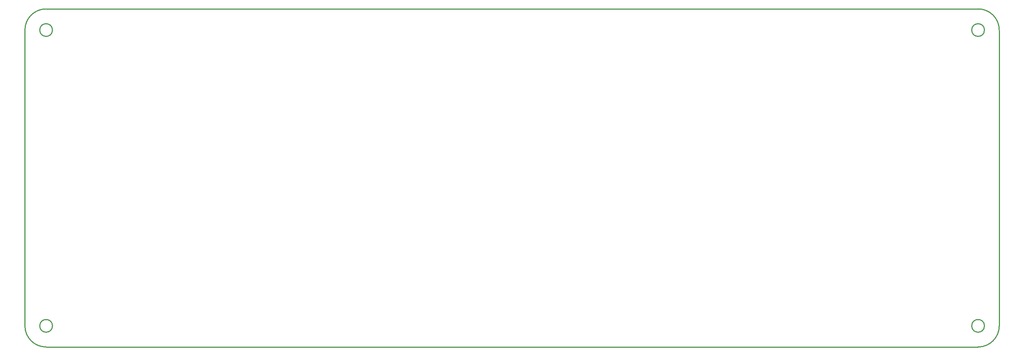
<source format=gbr>
%TF.GenerationSoftware,Altium Limited,Altium Designer,24.3.1 (35)*%
G04 Layer_Color=16711935*
%FSLAX43Y43*%
%MOMM*%
%TF.SameCoordinates,2EF1D394-34E5-4190-8ABA-250447B0B6E5*%
%TF.FilePolarity,Positive*%
%TF.FileFunction,Keep-out,Top*%
%TF.Part,Single*%
G01*
G75*
%TA.AperFunction,NonConductor*%
%ADD91C,0.254*%
D91*
X6500Y5000D02*
G03*
X6500Y5000I-1500J0D01*
G01*
X0D02*
G03*
X5000Y0I5000J0D01*
G01*
X225000D02*
G03*
X230000Y5000I0J5000D01*
G01*
X226500D02*
G03*
X226500Y5000I-1500J0D01*
G01*
X230000Y75000D02*
G03*
X225000Y80000I-5000J0D01*
G01*
X226500Y75000D02*
G03*
X226500Y75000I-1500J0D01*
G01*
X6500D02*
G03*
X6500Y75000I-1500J0D01*
G01*
X5000Y80000D02*
G03*
X0Y75000I0J-5000D01*
G01*
X230000Y74900D02*
X230000Y4950D01*
X0Y74950D02*
X0Y5000D01*
X5000Y80000D02*
X225000Y80000D01*
X5014Y0D02*
X225025D01*
%TF.MD5,ecbfcfff0dea495e424368e3d9de782c*%
M02*

</source>
